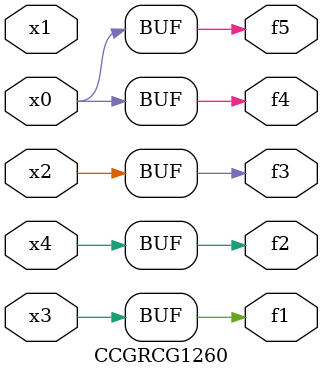
<source format=v>
module CCGRCG1260(
	input x0, x1, x2, x3, x4,
	output f1, f2, f3, f4, f5
);
	assign f1 = x3;
	assign f2 = x4;
	assign f3 = x2;
	assign f4 = x0;
	assign f5 = x0;
endmodule

</source>
